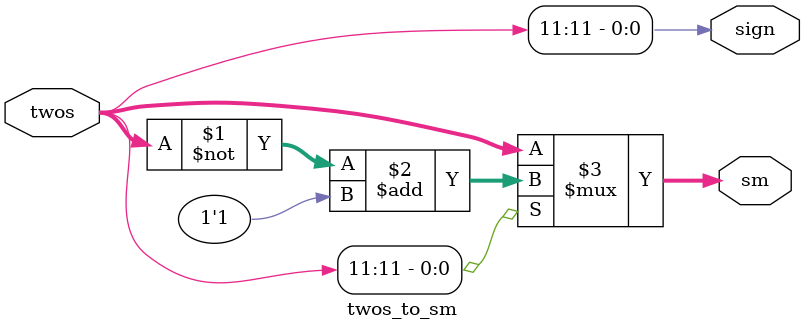
<source format=v>
`timescale 1ns / 1ps

module twos_to_sm(twos, sm, sign);

    input [11:0]	twos;	// twos complement representation
    output [11:0]	sm;		// sign magnitude representation
    output			sign;

    assign sign = twos[11];
    assign sm = (sign) ? (~twos[11:0] + 1'b1) : twos[11:0];
    
    /*
    if (sign)
        assign sm = ~twos[11:0] + 1'b1;
    else
        assign sm = twos[11:0];
    */
	
endmodule
</source>
